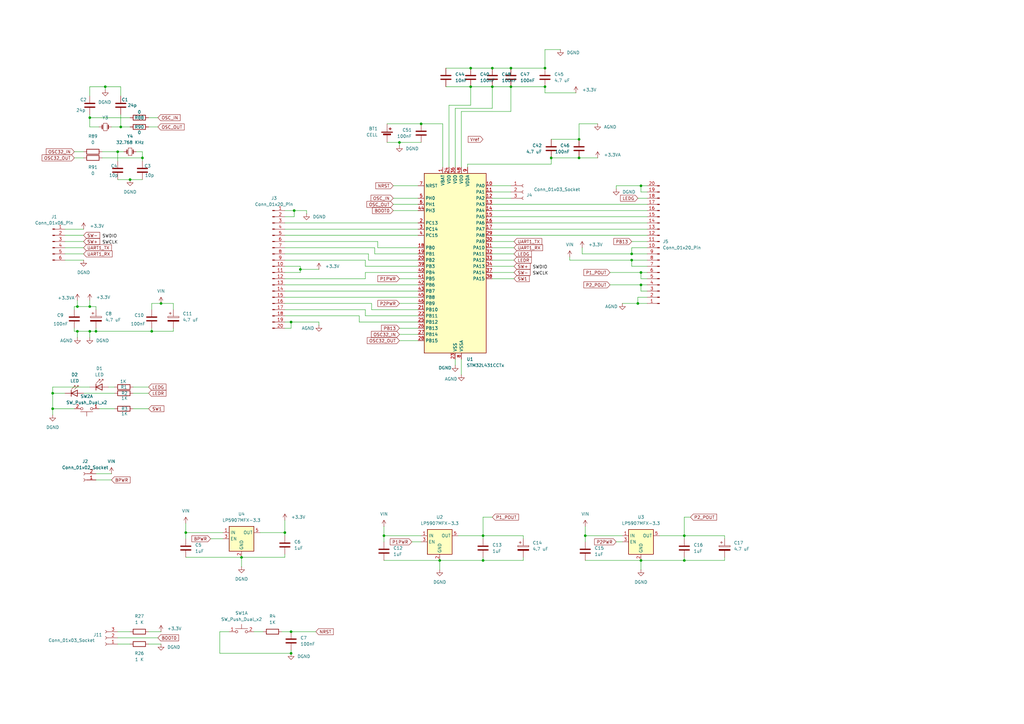
<source format=kicad_sch>
(kicad_sch (version 20250114) (generator "eeschema") (generator_version "9.0")
  (paper "A3")
  (lib_symbols
    (symbol "Connector:Conn_01x02_Socket" (pin_names (offset 1.016) (hide yes))
      (property "Reference" "J" (at 0 2.54 0))
      (property "Value" "Conn_01x02_Socket" (at 0 -5.08 0))
      (symbol "Conn_01x02_Socket_1_1"
        (pin passive line (at -5.08 0 0) (length 3.81) (name "Pin_1") (number "1"))
        (pin passive line (at -5.08 -2.54 0) (length 3.81) (name "Pin_2") (number "2"))
      )
    )
    (symbol "Connector:Conn_01x03_Socket" (pin_names (offset 1.016) (hide yes))
      (property "Reference" "J" (at 0 5.08 0))
      (property "Value" "Conn_01x03_Socket" (at 0 -5.08 0))
      (symbol "Conn_01x03_Socket_1_1"
        (pin passive line (at -5.08 2.54 0) (length 3.81) (name "Pin_1") (number "1"))
        (pin passive line (at -5.08 0 0) (length 3.81) (name "Pin_2") (number "2"))
        (pin passive line (at -5.08 -2.54 0) (length 3.81) (name "Pin_3") (number "3"))
      )
    )
    (symbol "Connector:Conn_01x06_Pin" (pin_names (offset 1.016) (hide yes))
      (property "Reference" "J" (at 0 7.62 0))
      (property "Value" "Conn_01x06_Pin" (at 0 -10.16 0))
      (symbol "Conn_01x06_Pin_1_1"
        (pin passive line (at 5.08 5.08 180) (length 3.81) (name "Pin_1") (number "1"))
        (pin passive line (at 5.08 2.54 180) (length 3.81) (name "Pin_2") (number "2"))
        (pin passive line (at 5.08 0 180) (length 3.81) (name "Pin_3") (number "3"))
        (pin passive line (at 5.08 -2.54 180) (length 3.81) (name "Pin_4") (number "4"))
        (pin passive line (at 5.08 -5.08 180) (length 3.81) (name "Pin_5") (number "5"))
        (pin passive line (at 5.08 -7.62 180) (length 3.81) (name "Pin_6") (number "6"))
      )
    )
    (symbol "Connector:Conn_01x20_Pin" (pin_names (offset 1.016) (hide yes))
      (property "Reference" "J" (at 0 25.4 0))
      (property "Value" "Conn_01x20_Pin" (at 0 -27.94 0))
      (symbol "Conn_01x20_Pin_1_1"
        (pin passive line (at 5.08 22.86 180) (length 3.81) (name "Pin_1") (number "1"))
        (pin passive line (at 5.08 20.32 180) (length 3.81) (name "Pin_2") (number "2"))
        (pin passive line (at 5.08 17.78 180) (length 3.81) (name "Pin_3") (number "3"))
        (pin passive line (at 5.08 15.24 180) (length 3.81) (name "Pin_4") (number "4"))
        (pin passive line (at 5.08 12.7 180) (length 3.81) (name "Pin_5") (number "5"))
        (pin passive line (at 5.08 10.16 180) (length 3.81) (name "Pin_6") (number "6"))
        (pin passive line (at 5.08 7.62 180) (length 3.81) (name "Pin_7") (number "7"))
        (pin passive line (at 5.08 5.08 180) (length 3.81) (name "Pin_8") (number "8"))
        (pin passive line (at 5.08 2.54 180) (length 3.81) (name "Pin_9") (number "9"))
        (pin passive line (at 5.08 0 180) (length 3.81) (name "Pin_10") (number "10"))
        (pin passive line (at 5.08 -2.54 180) (length 3.81) (name "Pin_11") (number "11"))
        (pin passive line (at 5.08 -5.08 180) (length 3.81) (name "Pin_12") (number "12"))
        (pin passive line (at 5.08 -7.62 180) (length 3.81) (name "Pin_13") (number "13"))
        (pin passive line (at 5.08 -10.16 180) (length 3.81) (name "Pin_14") (number "14"))
        (pin passive line (at 5.08 -12.7 180) (length 3.81) (name "Pin_15") (number "15"))
        (pin passive line (at 5.08 -15.24 180) (length 3.81) (name "Pin_16") (number "16"))
        (pin passive line (at 5.08 -17.78 180) (length 3.81) (name "Pin_17") (number "17"))
        (pin passive line (at 5.08 -20.32 180) (length 3.81) (name "Pin_18") (number "18"))
        (pin passive line (at 5.08 -22.86 180) (length 3.81) (name "Pin_19") (number "19"))
        (pin passive line (at 5.08 -25.4 180) (length 3.81) (name "Pin_20") (number "20"))
      )
    )
    (symbol "Device:Battery_Cell" (pin_numbers (hide yes)) (pin_names (offset 0) (hide yes))
      (property "Reference" "BT" (at 2.54 2.54 0))
      (property "Value" "Battery_Cell" (at 2.54 0 0))
      (symbol "Battery_Cell_1_1"
        (pin passive line (at 0 5.08 270) (length 2.54) (name "+") (number "1"))
        (pin passive line (at 0 -2.54 90) (length 2.54) (name "-") (number "2"))
      )
    )
    (symbol "Device:C" (pin_numbers (hide yes)) (pin_names (offset 0.254))
      (property "Reference" "C" (at 0.635 2.54 0))
      (property "Value" "C" (at 0.635 -2.54 0))
      (symbol "C_1_1"
        (pin passive line (at 0 3.81 270) (length 2.794) (name "~") (number "1"))
        (pin passive line (at 0 -3.81 90) (length 2.794) (name "~") (number "2"))
      )
    )
    (symbol "Device:C_Polarized" (pin_numbers (hide yes)) (pin_names (offset 0.254))
      (property "Reference" "C" (at 0.635 2.54 0))
      (property "Value" "C_Polarized" (at 0.635 -2.54 0))
      (symbol "C_Polarized_1_1"
        (pin passive line (at 0 3.81 270) (length 2.794) (name "~") (number "1"))
        (pin passive line (at 0 -3.81 90) (length 2.794) (name "~") (number "2"))
      )
    )
    (symbol "Device:Crystal_Small" (pin_numbers (hide yes)) (pin_names (offset 1.016) (hide yes))
      (property "Reference" "Y" (at 0 2.54 0))
      (property "Value" "Crystal_Small" (at 0 -2.54 0))
      (symbol "Crystal_Small_1_1"
        (pin passive line (at -2.54 0 0) (length 1.27) (name "1") (number "1"))
        (pin passive line (at 2.54 0 180) (length 1.27) (name "2") (number "2"))
      )
    )
    (symbol "Device:R" (pin_numbers (hide yes)) (pin_names (offset 0))
      (property "Reference" "R" (at 2.032 0 90))
      (property "Value" "R" (at 0 0 90))
      (symbol "R_1_1"
        (pin passive line (at 0 3.81 270) (length 1.27) (name "~") (number "1"))
        (pin passive line (at 0 -3.81 90) (length 1.27) (name "~") (number "2"))
      )
    )
    (symbol "LED:TSAL4400" (pin_numbers (hide yes)) (pin_names (offset 1.016) (hide yes))
      (property "Reference" "D" (at 0.508 1.778 0))
      (property "Value" "TSAL4400" (at -1.016 -2.794 0))
      (symbol "TSAL4400_1_1"
        (pin passive line (at -5.08 0 0) (length 2.54) (name "K") (number "1"))
        (pin passive line (at 2.54 0 180) (length 2.54) (name "A") (number "2"))
      )
    )
    (symbol "MCU_ST_STM32L4:STM32L431CCTx"
      (property "Reference" "U" (at -12.7 39.37 0))
      (property "Value" "STM32L431CCTx" (at 7.62 39.37 0))
      (symbol "STM32L431CCTx_1_1"
        (pin input line (at -15.24 33.02 0) (length 2.54) (name "NRST") (number "7"))
        (pin bidirectional line (at -15.24 27.94 0) (length 2.54) (name "PH0") (number "5"))
        (pin bidirectional line (at -15.24 25.4 0) (length 2.54) (name "PH1") (number "6"))
        (pin bidirectional line (at -15.24 22.86 0) (length 2.54) (name "PH3") (number "44"))
        (pin bidirectional line (at -15.24 17.78 0) (length 2.54) (name "PC13") (number "2"))
        (pin bidirectional line (at -15.24 15.24 0) (length 2.54) (name "PC14") (number "3"))
        (pin bidirectional line (at -15.24 12.7 0) (length 2.54) (name "PC15") (number "4"))
        (pin bidirectional line (at -15.24 7.62 0) (length 2.54) (name "PB0") (number "18"))
        (pin bidirectional line (at -15.24 5.08 0) (length 2.54) (name "PB1") (number "19"))
        (pin bidirectional line (at -15.24 2.54 0) (length 2.54) (name "PB2") (number "20"))
        (pin bidirectional line (at -15.24 0 0) (length 2.54) (name "PB3") (number "39"))
        (pin bidirectional line (at -15.24 -2.54 0) (length 2.54) (name "PB4") (number "40"))
        (pin bidirectional line (at -15.24 -5.08 0) (length 2.54) (name "PB5") (number "41"))
        (pin bidirectional line (at -15.24 -7.62 0) (length 2.54) (name "PB6") (number "42"))
        (pin bidirectional line (at -15.24 -10.16 0) (length 2.54) (name "PB7") (number "43"))
        (pin bidirectional line (at -15.24 -12.7 0) (length 2.54) (name "PB8") (number "45"))
        (pin bidirectional line (at -15.24 -15.24 0) (length 2.54) (name "PB9") (number "46"))
        (pin bidirectional line (at -15.24 -17.78 0) (length 2.54) (name "PB10") (number "21"))
        (pin bidirectional line (at -15.24 -20.32 0) (length 2.54) (name "PB11") (number "22"))
        (pin bidirectional line (at -15.24 -22.86 0) (length 2.54) (name "PB12") (number "25"))
        (pin bidirectional line (at -15.24 -25.4 0) (length 2.54) (name "PB13") (number "26"))
        (pin bidirectional line (at -15.24 -27.94 0) (length 2.54) (name "PB14") (number "27"))
        (pin bidirectional line (at -15.24 -30.48 0) (length 2.54) (name "PB15") (number "28"))
        (pin power_in line (at -5.08 40.64 270) (length 2.54) (name "VBAT") (number "1"))
        (pin power_in line (at -2.54 40.64 270) (length 2.54) (name "VDD") (number "24"))
        (pin power_in line (at 0 40.64 270) (length 2.54) (name "VDD") (number "36"))
        (pin power_in line (at 0 -38.1 90) (length 2.54) (name "VSS") (number "23"))
        (pin passive line (at 0 -38.1 90) (length 2.54) (hide yes) (name "VSS") (number "35"))
        (pin passive line (at 0 -38.1 90) (length 2.54) (hide yes) (name "VSS") (number "47"))
        (pin power_in line (at 2.54 40.64 270) (length 2.54) (name "VDD") (number "48"))
        (pin power_in line (at 2.54 -38.1 90) (length 2.54) (name "VSSA") (number "8"))
        (pin power_in line (at 5.08 40.64 270) (length 2.54) (name "VDDA") (number "9"))
        (pin bidirectional line (at 15.24 33.02 180) (length 2.54) (name "PA0") (number "10"))
        (pin bidirectional line (at 15.24 30.48 180) (length 2.54) (name "PA1") (number "11"))
        (pin bidirectional line (at 15.24 27.94 180) (length 2.54) (name "PA2") (number "12"))
        (pin bidirectional line (at 15.24 25.4 180) (length 2.54) (name "PA3") (number "13"))
        (pin bidirectional line (at 15.24 22.86 180) (length 2.54) (name "PA4") (number "14"))
        (pin bidirectional line (at 15.24 20.32 180) (length 2.54) (name "PA5") (number "15"))
        (pin bidirectional line (at 15.24 17.78 180) (length 2.54) (name "PA6") (number "16"))
        (pin bidirectional line (at 15.24 15.24 180) (length 2.54) (name "PA7") (number "17"))
        (pin bidirectional line (at 15.24 12.7 180) (length 2.54) (name "PA8") (number "29"))
        (pin bidirectional line (at 15.24 10.16 180) (length 2.54) (name "PA9") (number "30"))
        (pin bidirectional line (at 15.24 7.62 180) (length 2.54) (name "PA10") (number "31"))
        (pin bidirectional line (at 15.24 5.08 180) (length 2.54) (name "PA11") (number "32"))
        (pin bidirectional line (at 15.24 2.54 180) (length 2.54) (name "PA12") (number "33"))
        (pin bidirectional line (at 15.24 0 180) (length 2.54) (name "PA13") (number "34"))
        (pin bidirectional line (at 15.24 -2.54 180) (length 2.54) (name "PA14") (number "37"))
        (pin bidirectional line (at 15.24 -5.08 180) (length 2.54) (name "PA15") (number "38"))
      )
    )
    (symbol "Regulator_Linear:LP5907MFX-3.3"
      (property "Reference" "U" (at -3.81 6.35 0))
      (property "Value" "LP5907MFX-3.3" (at 6.35 6.35 0))
      (symbol "LP5907MFX-3.3_0_1"
        (pin power_in line (at -7.62 2.54 0) (length 2.54) (name "IN") (number "1"))
        (pin input line (at -7.62 0 0) (length 2.54) (name "EN") (number "3"))
        (pin power_in line (at 0 -7.62 90) (length 2.54) (name "GND") (number "2"))
        (pin no_connect line (at 5.08 0 180) (length 2.54) (hide yes) (name "NC") (number "4"))
        (pin power_out line (at 7.62 2.54 180) (length 2.54) (name "OUT") (number "5"))
      )
    )
    (symbol "Switch:SW_Push_Dual_x2" (pin_names (offset 1.016) (hide yes))
      (property "Reference" "SW" (at 1.27 2.54 0))
      (property "Value" "SW_Push_Dual_x2" (at 0 -1.524 0))
      (symbol "SW_Push_Dual_x2_1_1"
        (pin passive line (at -5.08 0 0) (length 2.54) (name "C") (number "1"))
        (pin passive line (at 5.08 0 180) (length 2.54) (name "D") (number "2"))
      )
      (symbol "SW_Push_Dual_x2_2_1"
        (pin passive line (at -5.08 0 0) (length 2.54) (name "C") (number "3"))
        (pin passive line (at 5.08 0 180) (length 2.54) (name "D") (number "4"))
      )
    )
    (symbol "power:+3.3V" (power) (pin_numbers (hide yes)) (pin_names (offset 0) (hide yes))
      (property "Value" "+3.3V" (at 0 3.556 0))
      (symbol "+3.3V_1_1"
        (pin power_in line (at 0 0 90) (length 0) (name "~") (number "1"))
      )
    )
    (symbol "power:GND" (power) (pin_numbers (hide yes)) (pin_names (offset 0) (hide yes))
      (property "Value" "GND" (at 0 -3.81 0))
      (symbol "GND_1_1"
        (pin power_in line (at 0 0 270) (length 0) (name "~") (number "1"))
      )
    )
    (symbol "power:VAA" (power) (pin_numbers (hide yes)) (pin_names (offset 0) (hide yes))
      (property "Value" "VAA" (at 0 3.556 0))
      (symbol "VAA_1_1"
        (pin power_in line (at 0 0 90) (length 0) (name "~") (number "1"))
      )
    )
    (symbol "power:VCC" (power) (pin_numbers (hide yes)) (pin_names (offset 0) (hide yes))
      (property "Value" "VCC" (at 0 3.556 0))
      (symbol "VCC_1_1"
        (pin power_in line (at 0 0 90) (length 0) (name "~") (number "1"))
      )
    )
  )
  (junction (at 209.55 27.94))
  (junction (at 36.83 135.89))
  (junction (at 223.52 35.56))
  (junction (at 193.04 27.94))
  (junction (at 53.34 73.66))
  (junction (at 21.59 167.64))
  (junction (at 157.48 219.71))
  (junction (at 36.83 48.26))
  (junction (at 280.67 229.87))
  (junction (at 49.53 52.07))
  (junction (at 21.59 161.29))
  (junction (at 237.49 64.77))
  (junction (at 31.75 135.89))
  (junction (at 66.04 124.46))
  (junction (at 123.19 110.49))
  (junction (at 226.06 64.77))
  (junction (at 180.34 229.87))
  (junction (at 116.84 218.44))
  (junction (at 261.62 124.46))
  (junction (at 280.67 219.71))
  (junction (at 48.26 62.23))
  (junction (at 209.55 35.56))
  (junction (at 259.08 104.14))
  (junction (at 76.2 218.44))
  (junction (at 119.38 132.08))
  (junction (at 163.83 58.42))
  (junction (at 262.89 116.84))
  (junction (at 259.08 106.68))
  (junction (at 31.75 125.73))
  (junction (at 223.52 27.94))
  (junction (at 39.37 135.89))
  (junction (at 120.65 86.36))
  (junction (at 240.03 219.71))
  (junction (at 262.89 111.76))
  (junction (at 36.83 125.73))
  (junction (at 43.18 35.56))
  (junction (at 201.93 35.56))
  (junction (at 237.49 57.15))
  (junction (at 99.06 228.6))
  (junction (at 198.12 229.87))
  (junction (at 119.38 259.08))
  (junction (at 262.89 76.2))
  (junction (at 119.38 267.97))
  (junction (at 193.04 35.56))
  (junction (at 201.93 27.94))
  (junction (at 262.89 229.87))
  (junction (at 58.42 64.77))
  (junction (at 172.72 50.8))
  (junction (at 62.23 135.89))
  (junction (at 198.12 219.71))
  (wire (pts (xy 252.73 222.25) (xy 255.27 222.25)))
  (wire (pts (xy 116.84 218.44) (xy 116.84 219.71)))
  (wire (pts (xy 201.93 212.09) (xy 198.12 212.09)))
  (wire (pts (xy 157.48 222.25) (xy 157.48 219.71)))
  (wire (pts (xy 154.94 101.6) (xy 171.45 101.6)))
  (wire (pts (xy 30.48 64.77) (xy 34.29 64.77)))
  (wire (pts (xy 116.84 86.36) (xy 120.65 86.36)))
  (wire (pts (xy 49.53 46.99) (xy 49.53 52.07)))
  (wire (pts (xy 201.93 96.52) (xy 265.43 96.52)))
  (wire (pts (xy 181.61 50.8) (xy 181.61 68.58)))
  (wire (pts (xy 21.59 161.29) (xy 21.59 167.64)))
  (wire (pts (xy 54.61 167.64) (xy 60.96 167.64)))
  (wire (pts (xy 62.23 135.89) (xy 71.12 135.89)))
  (wire (pts (xy 201.93 101.6) (xy 210.82 101.6)))
  (wire (pts (xy 229.87 20.32) (xy 223.52 20.32)))
  (wire (pts (xy 283.21 212.09) (xy 280.67 212.09)))
  (wire (pts (xy 193.04 43.18) (xy 184.15 43.18)))
  (wire (pts (xy 198.12 229.87) (xy 214.63 229.87)))
  (wire (pts (xy 62.23 124.46) (xy 66.04 124.46)))
  (wire (pts (xy 60.96 48.26) (xy 64.77 48.26)))
  (wire (pts (xy 280.67 219.71) (xy 280.67 220.98)))
  (wire (pts (xy 36.83 135.89) (xy 36.83 138.43)))
  (wire (pts (xy 280.67 229.87) (xy 297.18 229.87)))
  (wire (pts (xy 93.98 259.08) (xy 90.17 259.08)))
  (wire (pts (xy 116.84 218.44) (xy 116.84 213.36)))
  (wire (pts (xy 36.83 158.75) (xy 21.59 158.75)))
  (wire (pts (xy 193.04 35.56) (xy 193.04 43.18)))
  (wire (pts (xy 119.38 132.08) (xy 116.84 132.08)))
  (wire (pts (xy 39.37 135.89) (xy 36.83 135.89)))
  (wire (pts (xy 161.29 83.82) (xy 171.45 83.82)))
  (wire (pts (xy 240.03 215.9) (xy 240.03 219.71)))
  (wire (pts (xy 233.68 106.68) (xy 259.08 106.68)))
  (wire (pts (xy 262.89 229.87) (xy 262.89 233.68)))
  (wire (pts (xy 48.26 259.08) (xy 53.34 259.08)))
  (wire (pts (xy 259.08 104.14) (xy 265.43 104.14)))
  (wire (pts (xy 48.26 62.23) (xy 50.8 62.23)))
  (wire (pts (xy 21.59 158.75) (xy 21.59 161.29)))
  (wire (pts (xy 151.13 104.14) (xy 151.13 106.68)))
  (wire (pts (xy 30.48 127) (xy 30.48 125.73)))
  (wire (pts (xy 41.91 62.23) (xy 48.26 62.23)))
  (wire (pts (xy 280.67 212.09) (xy 280.67 219.71)))
  (wire (pts (xy 123.19 110.49) (xy 130.81 110.49)))
  (wire (pts (xy 154.94 99.06) (xy 154.94 101.6)))
  (wire (pts (xy 120.65 86.36) (xy 125.73 86.36)))
  (wire (pts (xy 223.52 38.1) (xy 223.52 35.56)))
  (wire (pts (xy 115.57 259.08) (xy 119.38 259.08)))
  (wire (pts (xy 237.49 64.77) (xy 245.11 64.77)))
  (wire (pts (xy 49.53 35.56) (xy 49.53 39.37)))
  (wire (pts (xy 161.29 81.28) (xy 171.45 81.28)))
  (wire (pts (xy 163.83 137.16) (xy 171.45 137.16)))
  (wire (pts (xy 261.62 124.46) (xy 265.43 124.46)))
  (wire (pts (xy 163.83 59.69) (xy 163.83 58.42)))
  (wire (pts (xy 48.26 261.62) (xy 64.77 261.62)))
  (wire (pts (xy 149.86 129.54) (xy 171.45 129.54)))
  (wire (pts (xy 30.48 62.23) (xy 34.29 62.23)))
  (wire (pts (xy 58.42 62.23) (xy 55.88 62.23)))
  (wire (pts (xy 40.64 167.64) (xy 46.99 167.64)))
  (wire (pts (xy 297.18 229.87) (xy 297.18 228.6)))
  (wire (pts (xy 265.43 119.38) (xy 262.89 119.38)))
  (wire (pts (xy 157.48 215.9) (xy 157.48 219.71)))
  (wire (pts (xy 116.84 129.54) (xy 147.32 129.54)))
  (wire (pts (xy 193.04 27.94) (xy 201.93 27.94)))
  (wire (pts (xy 163.83 134.62) (xy 171.45 134.62)))
  (wire (pts (xy 31.75 138.43) (xy 31.75 135.89)))
  (wire (pts (xy 130.81 133.35) (xy 130.81 132.08)))
  (wire (pts (xy 36.83 52.07) (xy 36.83 48.26)))
  (wire (pts (xy 116.84 127) (xy 149.86 127)))
  (wire (pts (xy 31.75 123.19) (xy 31.75 125.73)))
  (wire (pts (xy 198.12 219.71) (xy 214.63 219.71)))
  (wire (pts (xy 262.89 114.3) (xy 262.89 111.76)))
  (wire (pts (xy 262.89 78.74) (xy 262.89 76.2)))
  (wire (pts (xy 58.42 66.04) (xy 58.42 64.77)))
  (wire (pts (xy 41.91 64.77) (xy 58.42 64.77)))
  (wire (pts (xy 223.52 38.1) (xy 236.22 38.1)))
  (wire (pts (xy 201.93 106.68) (xy 210.82 106.68)))
  (wire (pts (xy 189.23 147.32) (xy 189.23 153.67)))
  (wire (pts (xy 53.34 73.66) (xy 58.42 73.66)))
  (wire (pts (xy 36.83 35.56) (xy 43.18 35.56)))
  (wire (pts (xy 39.37 125.73) (xy 39.37 127)))
  (wire (pts (xy 226.06 57.15) (xy 237.49 57.15)))
  (wire (pts (xy 39.37 125.73) (xy 36.83 125.73)))
  (wire (pts (xy 209.55 45.72) (xy 189.23 45.72)))
  (wire (pts (xy 152.4 127) (xy 171.45 127)))
  (wire (pts (xy 106.68 218.44) (xy 116.84 218.44)))
  (wire (pts (xy 39.37 134.62) (xy 39.37 135.89)))
  (wire (pts (xy 182.88 35.56) (xy 193.04 35.56)))
  (wire (pts (xy 116.84 109.22) (xy 123.19 109.22)))
  (wire (pts (xy 49.53 52.07) (xy 53.34 52.07)))
  (wire (pts (xy 62.23 135.89) (xy 39.37 135.89)))
  (wire (pts (xy 163.83 124.46) (xy 171.45 124.46)))
  (wire (pts (xy 54.61 161.29) (xy 60.96 161.29)))
  (wire (pts (xy 104.14 259.08) (xy 107.95 259.08)))
  (wire (pts (xy 30.48 135.89) (xy 31.75 135.89)))
  (wire (pts (xy 201.93 44.45) (xy 186.69 44.45)))
  (wire (pts (xy 182.88 27.94) (xy 193.04 27.94)))
  (wire (pts (xy 265.43 109.22) (xy 259.08 109.22)))
  (wire (pts (xy 26.67 106.68) (xy 34.29 106.68)))
  (wire (pts (xy 168.91 222.25) (xy 172.72 222.25)))
  (wire (pts (xy 36.83 48.26) (xy 53.34 48.26)))
  (wire (pts (xy 201.93 35.56) (xy 209.55 35.56)))
  (wire (pts (xy 30.48 134.62) (xy 30.48 135.89)))
  (wire (pts (xy 54.61 158.75) (xy 60.96 158.75)))
  (wire (pts (xy 201.93 83.82) (xy 265.43 83.82)))
  (wire (pts (xy 238.76 104.14) (xy 259.08 104.14)))
  (wire (pts (xy 116.84 101.6) (xy 153.67 101.6)))
  (wire (pts (xy 71.12 124.46) (xy 66.04 124.46)))
  (wire (pts (xy 116.84 227.33) (xy 116.84 228.6)))
  (wire (pts (xy 116.84 121.92) (xy 171.45 121.92)))
  (wire (pts (xy 240.03 219.71) (xy 255.27 219.71)))
  (wire (pts (xy 62.23 127) (xy 62.23 124.46)))
  (wire (pts (xy 250.19 111.76) (xy 262.89 111.76)))
  (wire (pts (xy 187.96 219.71) (xy 198.12 219.71)))
  (wire (pts (xy 119.38 132.08) (xy 130.81 132.08)))
  (wire (pts (xy 262.89 111.76) (xy 265.43 111.76)))
  (wire (pts (xy 240.03 229.87) (xy 262.89 229.87)))
  (wire (pts (xy 116.84 104.14) (xy 151.13 104.14)))
  (wire (pts (xy 116.84 124.46) (xy 152.4 124.46)))
  (wire (pts (xy 152.4 124.46) (xy 152.4 127)))
  (wire (pts (xy 209.55 27.94) (xy 223.52 27.94)))
  (wire (pts (xy 116.84 93.98) (xy 171.45 93.98)))
  (wire (pts (xy 26.67 104.14) (xy 34.29 104.14)))
  (wire (pts (xy 39.37 196.85) (xy 45.72 196.85)))
  (wire (pts (xy 149.86 114.3) (xy 149.86 111.76)))
  (wire (pts (xy 201.93 35.56) (xy 201.93 44.45)))
  (wire (pts (xy 259.08 106.68) (xy 265.43 106.68)))
  (wire (pts (xy 201.93 91.44) (xy 265.43 91.44)))
  (wire (pts (xy 262.89 229.87) (xy 280.67 229.87)))
  (wire (pts (xy 201.93 27.94) (xy 209.55 27.94)))
  (wire (pts (xy 62.23 135.89) (xy 62.23 134.62)))
  (wire (pts (xy 99.06 228.6) (xy 116.84 228.6)))
  (wire (pts (xy 193.04 35.56) (xy 201.93 35.56)))
  (wire (pts (xy 201.93 111.76) (xy 210.82 111.76)))
  (wire (pts (xy 149.86 127) (xy 149.86 129.54)))
  (wire (pts (xy 31.75 135.89) (xy 36.83 135.89)))
  (wire (pts (xy 201.93 81.28) (xy 209.55 81.28)))
  (wire (pts (xy 252.73 77.47) (xy 252.73 76.2)))
  (wire (pts (xy 201.93 114.3) (xy 210.82 114.3)))
  (wire (pts (xy 86.36 220.98) (xy 91.44 220.98)))
  (wire (pts (xy 39.37 194.31) (xy 45.72 194.31)))
  (wire (pts (xy 259.08 101.6) (xy 259.08 104.14)))
  (wire (pts (xy 30.48 125.73) (xy 31.75 125.73)))
  (wire (pts (xy 157.48 229.87) (xy 180.34 229.87)))
  (wire (pts (xy 21.59 167.64) (xy 21.59 170.18)))
  (wire (pts (xy 191.77 67.31) (xy 226.06 67.31)))
  (wire (pts (xy 161.29 76.2) (xy 171.45 76.2)))
  (wire (pts (xy 26.67 93.98) (xy 34.29 93.98)))
  (wire (pts (xy 151.13 106.68) (xy 171.45 106.68)))
  (wire (pts (xy 153.67 101.6) (xy 153.67 104.14)))
  (wire (pts (xy 40.64 52.07) (xy 36.83 52.07)))
  (wire (pts (xy 149.86 109.22) (xy 171.45 109.22)))
  (wire (pts (xy 255.27 124.46) (xy 261.62 124.46)))
  (wire (pts (xy 31.75 125.73) (xy 36.83 125.73)))
  (wire (pts (xy 123.19 111.76) (xy 116.84 111.76)))
  (wire (pts (xy 198.12 212.09) (xy 198.12 219.71)))
  (wire (pts (xy 226.06 67.31) (xy 226.06 64.77)))
  (wire (pts (xy 240.03 222.25) (xy 240.03 219.71)))
  (wire (pts (xy 180.34 229.87) (xy 180.34 233.68)))
  (wire (pts (xy 147.32 129.54) (xy 147.32 132.08)))
  (wire (pts (xy 184.15 43.18) (xy 184.15 68.58)))
  (wire (pts (xy 261.62 81.28) (xy 265.43 81.28)))
  (wire (pts (xy 163.83 58.42) (xy 172.72 58.42)))
  (wire (pts (xy 270.51 219.71) (xy 280.67 219.71)))
  (wire (pts (xy 226.06 64.77) (xy 237.49 64.77)))
  (wire (pts (xy 116.84 119.38) (xy 171.45 119.38)))
  (wire (pts (xy 149.86 106.68) (xy 149.86 109.22)))
  (wire (pts (xy 265.43 114.3) (xy 262.89 114.3)))
  (wire (pts (xy 116.84 106.68) (xy 149.86 106.68)))
  (wire (pts (xy 99.06 228.6) (xy 99.06 232.41)))
  (wire (pts (xy 45.72 52.07) (xy 49.53 52.07)))
  (wire (pts (xy 36.83 123.19) (xy 36.83 125.73)))
  (wire (pts (xy 26.67 96.52) (xy 34.29 96.52)))
  (wire (pts (xy 158.75 50.8) (xy 172.72 50.8)))
  (wire (pts (xy 116.84 99.06) (xy 154.94 99.06)))
  (wire (pts (xy 201.93 76.2) (xy 209.55 76.2)))
  (wire (pts (xy 186.69 44.45) (xy 186.69 68.58)))
  (wire (pts (xy 123.19 110.49) (xy 123.19 111.76)))
  (wire (pts (xy 71.12 127) (xy 71.12 124.46)))
  (wire (pts (xy 119.38 266.7) (xy 119.38 267.97)))
  (wire (pts (xy 209.55 35.56) (xy 209.55 45.72)))
  (wire (pts (xy 161.29 86.36) (xy 171.45 86.36)))
  (wire (pts (xy 238.76 101.6) (xy 238.76 104.14)))
  (wire (pts (xy 191.77 67.31) (xy 191.77 68.58)))
  (wire (pts (xy 34.29 161.29) (xy 46.99 161.29)))
  (wire (pts (xy 201.93 78.74) (xy 209.55 78.74)))
  (wire (pts (xy 116.84 88.9) (xy 120.65 88.9)))
  (wire (pts (xy 48.26 73.66) (xy 53.34 73.66)))
  (wire (pts (xy 262.89 116.84) (xy 265.43 116.84)))
  (wire (pts (xy 233.68 105.41) (xy 233.68 106.68)))
  (wire (pts (xy 60.96 52.07) (xy 64.77 52.07)))
  (wire (pts (xy 76.2 218.44) (xy 91.44 218.44)))
  (wire (pts (xy 26.67 99.06) (xy 34.29 99.06)))
  (wire (pts (xy 198.12 228.6) (xy 198.12 229.87)))
  (wire (pts (xy 48.26 264.16) (xy 53.34 264.16)))
  (wire (pts (xy 158.75 58.42) (xy 163.83 58.42)))
  (wire (pts (xy 123.19 109.22) (xy 123.19 110.49)))
  (wire (pts (xy 214.63 229.87) (xy 214.63 228.6)))
  (wire (pts (xy 44.45 158.75) (xy 46.99 158.75)))
  (wire (pts (xy 125.73 86.36) (xy 125.73 87.63)))
  (wire (pts (xy 265.43 78.74) (xy 262.89 78.74)))
  (wire (pts (xy 116.84 114.3) (xy 149.86 114.3)))
  (wire (pts (xy 237.49 50.8) (xy 245.11 50.8)))
  (wire (pts (xy 259.08 99.06) (xy 265.43 99.06)))
  (wire (pts (xy 180.34 229.87) (xy 198.12 229.87)))
  (wire (pts (xy 21.59 167.64) (xy 30.48 167.64)))
  (wire (pts (xy 26.67 101.6) (xy 34.29 101.6)))
  (wire (pts (xy 48.26 62.23) (xy 48.26 66.04)))
  (wire (pts (xy 76.2 228.6) (xy 99.06 228.6)))
  (wire (pts (xy 153.67 104.14) (xy 171.45 104.14)))
  (wire (pts (xy 214.63 220.98) (xy 214.63 219.71)))
  (wire (pts (xy 120.65 88.9) (xy 120.65 86.36)))
  (wire (pts (xy 157.48 219.71) (xy 172.72 219.71)))
  (wire (pts (xy 147.32 132.08) (xy 171.45 132.08)))
  (wire (pts (xy 189.23 45.72) (xy 189.23 68.58)))
  (wire (pts (xy 60.96 264.16) (xy 66.04 264.16)))
  (wire (pts (xy 71.12 135.89) (xy 71.12 134.62)))
  (wire (pts (xy 76.2 214.63) (xy 76.2 218.44)))
  (wire (pts (xy 21.59 161.29) (xy 26.67 161.29)))
  (wire (pts (xy 201.93 104.14) (xy 210.82 104.14)))
  (wire (pts (xy 201.93 86.36) (xy 265.43 86.36)))
  (wire (pts (xy 237.49 57.15) (xy 237.49 50.8)))
  (wire (pts (xy 149.86 111.76) (xy 171.45 111.76)))
  (wire (pts (xy 163.83 139.7) (xy 171.45 139.7)))
  (wire (pts (xy 90.17 259.08) (xy 90.17 267.97)))
  (wire (pts (xy 198.12 219.71) (xy 198.12 220.98)))
  (wire (pts (xy 209.55 35.56) (xy 223.52 35.56)))
  (wire (pts (xy 261.62 121.92) (xy 261.62 124.46)))
  (wire (pts (xy 201.93 99.06) (xy 210.82 99.06)))
  (wire (pts (xy 116.84 96.52) (xy 171.45 96.52)))
  (wire (pts (xy 280.67 228.6) (xy 280.67 229.87)))
  (wire (pts (xy 76.2 220.98) (xy 76.2 218.44)))
  (wire (pts (xy 181.61 50.8) (xy 172.72 50.8)))
  (wire (pts (xy 163.83 114.3) (xy 171.45 114.3)))
  (wire (pts (xy 223.52 20.32) (xy 223.52 27.94)))
  (wire (pts (xy 201.93 88.9) (xy 265.43 88.9)))
  (wire (pts (xy 43.18 35.56) (xy 43.18 36.83)))
  (wire (pts (xy 116.84 134.62) (xy 119.38 134.62)))
  (wire (pts (xy 265.43 101.6) (xy 259.08 101.6)))
  (wire (pts (xy 259.08 109.22) (xy 259.08 106.68)))
  (wire (pts (xy 58.42 64.77) (xy 58.42 62.23)))
  (wire (pts (xy 119.38 134.62) (xy 119.38 132.08)))
  (wire (pts (xy 36.83 35.56) (xy 36.83 39.37)))
  (wire (pts (xy 262.89 76.2) (xy 265.43 76.2)))
  (wire (pts (xy 265.43 121.92) (xy 261.62 121.92)))
  (wire (pts (xy 43.18 35.56) (xy 49.53 35.56)))
  (wire (pts (xy 116.84 116.84) (xy 171.45 116.84)))
  (wire (pts (xy 186.69 147.32) (xy 186.69 149.86)))
  (wire (pts (xy 201.93 93.98) (xy 265.43 93.98)))
  (wire (pts (xy 36.83 48.26) (xy 36.83 46.99)))
  (wire (pts (xy 60.96 259.08) (xy 66.04 259.08)))
  (wire (pts (xy 262.89 119.38) (xy 262.89 116.84)))
  (wire (pts (xy 252.73 76.2) (xy 262.89 76.2)))
  (wire (pts (xy 250.19 116.84) (xy 262.89 116.84)))
  (wire (pts (xy 201.93 109.22) (xy 210.82 109.22)))
  (wire (pts (xy 116.84 91.44) (xy 171.45 91.44)))
  (wire (pts (xy 297.18 220.98) (xy 297.18 219.71)))
  (wire (pts (xy 90.17 267.97) (xy 119.38 267.97)))
  (wire (pts (xy 119.38 259.08) (xy 129.54 259.08)))
  (wire (pts (xy 280.67 219.71) (xy 297.18 219.71)))
  (label "SWDIO" (at 218.44 110.49 0))
  (label "SWCLK" (at 41.91 100.33 0))
  (label "SWDIO" (at 41.91 97.79 0))
  (label "SWCLK" (at 218.44 113.03 0))
  (global_label "OSC32_OUT" (shape input) (at 163.83 139.7 180) (property "Intersheetrefs" "${INTERSHEET_REFS}" (effects (hide yes))))
  (global_label "SW-" (shape input) (at 210.82 111.76 0) (property "Intersheetrefs" "${INTERSHEET_REFS}" (effects (hide yes))))
  (global_label "OSC_IN" (shape input) (at 161.29 81.28 180) (property "Intersheetrefs" "${INTERSHEET_REFS}" (effects (hide yes))))
  (global_label "SW+" (shape input) (at 34.29 99.06 0) (property "Intersheetrefs" "${INTERSHEET_REFS}" (effects (hide yes))))
  (global_label "OSC32_IN" (shape input) (at 30.48 62.23 180) (property "Intersheetrefs" "${INTERSHEET_REFS}" (effects (hide yes))))
  (global_label "BOOT0" (shape input) (at 161.29 86.36 180) (property "Intersheetrefs" "${INTERSHEET_REFS}" (effects (hide yes))))
  (global_label "UART1_TX" (shape input) (at 34.29 101.6 0) (property "Intersheetrefs" "${INTERSHEET_REFS}" (effects (hide yes))))
  (global_label "Vref" (shape input) (at 198.12 57.15 180) (property "Intersheetrefs" "${INTERSHEET_REFS}" (effects (hide yes))))
  (global_label "P1_POUT" (shape input) (at 250.19 111.76 180) (property "Intersheetrefs" "${INTERSHEET_REFS}" (effects (hide yes))))
  (global_label "SW-" (shape input) (at 34.29 96.52 0) (property "Intersheetrefs" "${INTERSHEET_REFS}" (effects (hide yes))))
  (global_label "OSC_OUT" (shape input) (at 161.29 83.82 180) (property "Intersheetrefs" "${INTERSHEET_REFS}" (effects (hide yes))))
  (global_label "P2_POUT" (shape input) (at 283.21 212.09 0) (property "Intersheetrefs" "${INTERSHEET_REFS}" (effects (hide yes))))
  (global_label "BPWR" (shape input) (at 86.36 220.98 180) (property "Intersheetrefs" "${INTERSHEET_REFS}" (effects (hide yes))))
  (global_label "SW+" (shape input) (at 210.82 109.22 0) (property "Intersheetrefs" "${INTERSHEET_REFS}" (effects (hide yes))))
  (global_label "LEDR" (shape input) (at 210.82 106.68 0) (property "Intersheetrefs" "${INTERSHEET_REFS}" (effects (hide yes))))
  (global_label "SW1" (shape input) (at 210.82 114.3 0) (property "Intersheetrefs" "${INTERSHEET_REFS}" (effects (hide yes))))
  (global_label "P2PWR" (shape input) (at 163.83 124.46 180) (property "Intersheetrefs" "${INTERSHEET_REFS}" (effects (hide yes))))
  (global_label "OSC_IN" (shape input) (at 64.77 48.26 0) (property "Intersheetrefs" "${INTERSHEET_REFS}" (effects (hide yes))))
  (global_label "PB13" (shape input) (at 163.83 134.62 180) (property "Intersheetrefs" "${INTERSHEET_REFS}" (effects (hide yes))))
  (global_label "PB13" (shape input) (at 259.08 99.06 180) (property "Intersheetrefs" "${INTERSHEET_REFS}" (effects (hide yes))))
  (global_label "P1PWR" (shape input) (at 168.91 222.25 180) (property "Intersheetrefs" "${INTERSHEET_REFS}" (effects (hide yes))))
  (global_label "P2PWR" (shape input) (at 252.73 222.25 180) (property "Intersheetrefs" "${INTERSHEET_REFS}" (effects (hide yes))))
  (global_label "NRST" (shape input) (at 129.54 259.08 0) (property "Intersheetrefs" "${INTERSHEET_REFS}" (effects (hide yes))))
  (global_label "OSC32_IN" (shape input) (at 163.83 137.16 180) (property "Intersheetrefs" "${INTERSHEET_REFS}" (effects (hide yes))))
  (global_label "P2_POUT" (shape input) (at 250.19 116.84 180) (property "Intersheetrefs" "${INTERSHEET_REFS}" (effects (hide yes))))
  (global_label "LEDR" (shape input) (at 60.96 161.29 0) (property "Intersheetrefs" "${INTERSHEET_REFS}" (effects (hide yes))))
  (global_label "BPWR" (shape input) (at 45.72 196.85 0) (property "Intersheetrefs" "${INTERSHEET_REFS}" (effects (hide yes))))
  (global_label "LEDG" (shape input) (at 261.62 81.28 180) (property "Intersheetrefs" "${INTERSHEET_REFS}" (effects (hide yes))))
  (global_label "UART1_RX" (shape input) (at 210.82 101.6 0) (property "Intersheetrefs" "${INTERSHEET_REFS}" (effects (hide yes))))
  (global_label "LEDG" (shape input) (at 60.96 158.75 0) (property "Intersheetrefs" "${INTERSHEET_REFS}" (effects (hide yes))))
  (global_label "OSC_OUT" (shape input) (at 64.77 52.07 0) (property "Intersheetrefs" "${INTERSHEET_REFS}" (effects (hide yes))))
  (global_label "NRST" (shape input) (at 161.29 76.2 180) (property "Intersheetrefs" "${INTERSHEET_REFS}" (effects (hide yes))))
  (global_label "P1_POUT" (shape input) (at 201.93 212.09 0) (property "Intersheetrefs" "${INTERSHEET_REFS}" (effects (hide yes))))
  (global_label "UART1_TX" (shape input) (at 210.82 99.06 0) (property "Intersheetrefs" "${INTERSHEET_REFS}" (effects (hide yes))))
  (global_label "P1PWR" (shape input) (at 163.83 114.3 180) (property "Intersheetrefs" "${INTERSHEET_REFS}" (effects (hide yes))))
  (global_label "BOOT0" (shape input) (at 64.77 261.62 0) (property "Intersheetrefs" "${INTERSHEET_REFS}" (effects (hide yes))))
  (global_label "OSC32_OUT" (shape input) (at 30.48 64.77 180) (property "Intersheetrefs" "${INTERSHEET_REFS}" (effects (hide yes))))
  (global_label "UART1_RX" (shape input) (at 34.29 104.14 0) (property "Intersheetrefs" "${INTERSHEET_REFS}" (effects (hide yes))))
  (global_label "SW1" (shape input) (at 60.96 167.64 0) (property "Intersheetrefs" "${INTERSHEET_REFS}" (effects (hide yes))))
  (global_label "LEDG" (shape input) (at 210.82 104.14 0) (property "Intersheetrefs" "${INTERSHEET_REFS}" (effects (hide yes))))
  (symbol (lib_id "power:GND") (at 186.69 149.86 0) (unit 1)
    (property "Reference" "#PWR05" (effects (hide yes)))
    (property "Value" "DGND" (at 179.832 150.876 0) (effects (justify left)))
    (property "Description" "Power symbol creates a global label with name \"GND\" , ground" (effects (hide yes)))
  )
  (symbol (lib_id "Device:C") (at 58.42 69.85 0) (unit 1)
    (property "Reference" "C3" (at 59.182 68.072 0) (effects (justify left)))
    (property "Value" "10p" (at 59.436 71.882 0) (effects (justify left)))
    (property "Footprint" "Capacitor_SMD:C_0603_1608Metric_Pad1.08x0.95mm_HandSolder" (effects (hide yes)))
    (property "Description" "Unpolarized capacitor" (effects (hide yes)))
  )
  (symbol (lib_id "power:+3.3V") (at 238.76 101.6 0) (unit 1)
    (property "Reference" "#PWR031" (effects (hide yes)))
    (property "Value" "+3.3V" (at 241.3 100.3299 0) (effects (justify left)))
    (property "Description" "Power symbol creates a global label with name \"+3.3V\"" (effects (hide yes)))
  )
  (symbol (lib_id "Connector:Conn_01x06_Pin") (at 21.59 99.06 0) (unit 1)
    (property "Reference" "J1" (at 22.225 88.9 0))
    (property "Value" "Conn_01x06_Pin" (at 22.225 91.44 0))
    (property "Footprint" "Connector_PinSocket_2.54mm:PinSocket_1x06_P2.54mm_Vertical" (effects (hide yes)))
    (property "Description" "Generic connector, single row, 01x06, script generated" (effects (hide yes)))
  )
  (symbol (lib_id "Regulator_Linear:LP5907MFX-3.3") (at 262.89 222.25 0) (unit 1)
    (property "Reference" "U3" (at 262.89 212.09 0))
    (property "Value" "LP5907MFX-3.3" (at 262.89 214.63 0))
    (property "Footprint" "Package_TO_SOT_SMD:SOT-23-5" (effects (hide yes)))
    (property "Datasheet" "http://www.ti.com/lit/ds/symlink/lp5907.pdf" (effects (hide yes)))
    (property "Description" "250-mA Ultra-Low-Noise Low-IQ LDO, 3.3V, SOT-23" (effects (hide yes)))
  )
  (symbol (lib_id "Device:C") (at 116.84 223.52 0) (unit 1)
    (property "Reference" "C6" (at 120.65 222.2499 0) (effects (justify left)))
    (property "Value" "1uF" (at 120.65 224.7899 0) (effects (justify left)))
    (property "Footprint" "Capacitor_SMD:C_0603_1608Metric_Pad1.08x0.95mm_HandSolder" (effects (hide yes)))
    (property "Description" "Unpolarized capacitor" (effects (hide yes)))
  )
  (symbol (lib_id "Device:C") (at 237.49 60.96 0) (unit 1)
    (property "Reference" "C46" (at 233.68 59.6899 0) (effects (justify right)))
    (property "Value" "100nF" (at 233.68 62.2299 0) (effects (justify right)))
    (property "Footprint" "Capacitor_SMD:C_0603_1608Metric_Pad1.08x0.95mm_HandSolder" (effects (hide yes)))
    (property "Description" "Unpolarized capacitor" (effects (hide yes)))
  )
  (symbol (lib_id "power:GND") (at 125.73 87.63 0) (unit 1)
    (property "Reference" "#PWR026" (effects (hide yes)))
    (property "Value" "DGND" (at 128.27 88.8999 0) (effects (justify left)))
    (property "Description" "Power symbol creates a global label with name \"GND\" , ground" (effects (hide yes)))
  )
  (symbol (lib_id "power:+3.3V") (at 66.04 259.08 0) (unit 1)
    (property "Reference" "#PWR025" (effects (hide yes)))
    (property "Value" "+3.3V" (at 68.58 257.8099 0) (effects (justify left)))
    (property "Description" "Power symbol creates a global label with name \"+3.3V\"" (effects (hide yes)))
  )
  (symbol (lib_id "Connector:Conn_01x20_Pin") (at 111.76 109.22 0) (unit 1)
    (property "Reference" "J3" (at 112.395 81.28 0))
    (property "Value" "Conn_01x20_Pin" (at 112.395 83.82 0))
    (property "Footprint" "Connector_PinHeader_2.54mm:PinHeader_2x10_P2.54mm_Vertical" (effects (hide yes)))
    (property "Description" "Generic connector, single row, 01x20, script generated" (effects (hide yes)))
  )
  (symbol (lib_id "Device:C") (at 280.67 224.79 0) (unit 1)
    (property "Reference" "C16" (at 284.48 223.5199 0) (effects (justify left)))
    (property "Value" "1uF" (at 284.48 226.0599 0) (effects (justify left)))
    (property "Footprint" "Capacitor_SMD:C_0603_1608Metric_Pad1.08x0.95mm_HandSolder" (effects (hide yes)))
    (property "Description" "Unpolarized capacitor" (effects (hide yes)))
  )
  (symbol (lib_id "Switch:SW_Push_Dual_x2") (at 35.56 167.64 180) (unit 1)
    (property "Reference" "SW2" (at 35.56 162.56 0))
    (property "Value" "SW_Push_Dual_x2" (at 35.56 165.1 0))
    (property "Footprint" "Button_Switch_SMD:SW_Push_SPST_NO_Alps_SKRK" (effects (hide yes)))
    (property "Description" "Push button switch, generic, separate symbols, four pins" (effects (hide yes)))
  )
  (symbol (lib_id "power:GND") (at 130.81 133.35 0) (unit 1)
    (property "Reference" "#PWR028" (effects (hide yes)))
    (property "Value" "AGND" (at 123.698 134.62 0) (effects (justify left)))
    (property "Description" "Power symbol creates a global label with name \"GND\" , ground" (effects (hide yes)))
  )
  (symbol (lib_id "power:+3.3V") (at 36.83 123.19 0) (unit 1)
    (property "Reference" "#PWR08" (effects (hide yes)))
    (property "Value" "+3.3V" (at 39.37 121.9199 0) (effects (justify left)))
    (property "Description" "Power symbol creates a global label with name \"+3.3V\"" (effects (hide yes)))
  )
  (symbol (lib_id "Device:R") (at 57.15 264.16 270) (unit 1)
    (property "Reference" "R26" (at 57.15 267.97 90))
    (property "Value" "1 K" (at 57.15 270.51 90))
    (property "Footprint" "Resistor_SMD:R_0603_1608Metric_Pad0.98x0.95mm_HandSolder" (effects (hide yes)))
    (property "Description" "Resistor" (effects (hide yes)))
  )
  (symbol (lib_id "power:GND") (at 180.34 233.68 0) (unit 1)
    (property "Reference" "#PWR020" (effects (hide yes)))
    (property "Value" "DGND" (at 180.34 238.76 0))
    (property "Description" "Power symbol creates a global label with name \"GND\" , ground" (effects (hide yes)))
  )
  (symbol (lib_id "Device:C") (at 223.52 31.75 0) (unit 1)
    (property "Reference" "C45" (at 227.33 30.4799 0) (effects (justify left)))
    (property "Value" "4.7 uF" (at 227.33 33.0199 0) (effects (justify left)))
    (property "Footprint" "Capacitor_SMD:C_0603_1608Metric_Pad1.08x0.95mm_HandSolder" (effects (hide yes)))
    (property "Description" "Unpolarized capacitor" (effects (hide yes)))
  )
  (symbol (lib_id "Device:Battery_Cell") (at 158.75 55.88 0) (unit 1)
    (property "Reference" "BT1" (at 154.94 52.7684 0) (effects (justify right)))
    (property "Value" "CELL" (at 154.94 55.3084 0) (effects (justify right)))
    (property "Footprint" "Battery:BatteryHolder_Keystone_1060_1x2032" (effects (hide yes)))
    (property "Description" "Single-cell battery" (effects (hide yes)))
  )
  (symbol (lib_id "Device:R") (at 50.8 158.75 270) (unit 1)
    (property "Reference" "R1" (at 50.8 158.75 90))
    (property "Value" "1K" (at 50.546 156.464 90))
    (property "Footprint" "Resistor_SMD:R_0603_1608Metric_Pad0.98x0.95mm_HandSolder" (effects (hide yes)))
    (property "Description" "Resistor" (effects (hide yes)))
  )
  (symbol (lib_id "power:+3.3V") (at 130.81 110.49 0) (unit 1)
    (property "Reference" "#PWR030" (effects (hide yes)))
    (property "Value" "+3.3V" (at 133.35 109.2199 0) (effects (justify left)))
    (property "Description" "Power symbol creates a global label with name \"+3.3V\"" (effects (hide yes)))
  )
  (symbol (lib_id "Device:C") (at 62.23 130.81 0) (unit 1)
    (property "Reference" "C10" (at 55.118 129.286 0) (effects (justify left)))
    (property "Value" "100nF" (at 53.594 132.842 0) (effects (justify left)))
    (property "Footprint" "Capacitor_SMD:C_0603_1608Metric_Pad1.08x0.95mm_HandSolder" (effects (hide yes)))
    (property "Description" "Unpolarized capacitor" (effects (hide yes)))
  )
  (symbol (lib_id "Regulator_Linear:LP5907MFX-3.3") (at 180.34 222.25 0) (unit 1)
    (property "Reference" "U2" (at 180.34 212.09 0))
    (property "Value" "LP5907MFX-3.3" (at 180.34 214.63 0))
    (property "Footprint" "Package_TO_SOT_SMD:SOT-23-5" (effects (hide yes)))
    (property "Datasheet" "http://www.ti.com/lit/ds/symlink/lp5907.pdf" (effects (hide yes)))
    (property "Description" "250-mA Ultra-Low-Noise Low-IQ LDO, 3.3V, SOT-23" (effects (hide yes)))
  )
  (symbol (lib_id "Device:C") (at 49.53 43.18 180) (unit 1)
    (property "Reference" "C1" (at 52.578 40.894 0) (effects (justify left)))
    (property "Value" "24p" (at 56.134 43.18 0) (effects (justify left)))
    (property "Footprint" "Capacitor_SMD:C_0603_1608Metric_Pad1.08x0.95mm_HandSolder" (effects (hide yes)))
    (property "Description" "Unpolarized capacitor" (effects (hide yes)))
  )
  (symbol (lib_id "power:GND") (at 31.75 138.43 0) (unit 1)
    (property "Reference" "#PWR07" (effects (hide yes)))
    (property "Value" "AGND" (at 24.638 139.7 0) (effects (justify left)))
    (property "Description" "Power symbol creates a global label with name \"GND\" , ground" (effects (hide yes)))
  )
  (symbol (lib_id "Device:C_Polarized") (at 39.37 130.81 0) (unit 1)
    (property "Reference" "C8" (at 43.18 128.6509 0) (effects (justify left)))
    (property "Value" "4.7 uF" (at 43.18 131.1909 0) (effects (justify left)))
    (property "Footprint" "Capacitor_THT:CP_Radial_D8.0mm_P2.50mm" (effects (hide yes)))
    (property "Description" "Polarized capacitor" (effects (hide yes)))
  )
  (symbol (lib_id "power:GND") (at 252.73 77.47 0) (unit 1)
    (property "Reference" "#PWR027" (effects (hide yes)))
    (property "Value" "DGND" (at 255.27 78.7399 0) (effects (justify left)))
    (property "Description" "Power symbol creates a global label with name \"GND\" , ground" (effects (hide yes)))
  )
  (symbol (lib_id "power:GND") (at 245.11 50.8 0) (unit 1)
    (property "Reference" "#PWR073" (effects (hide yes)))
    (property "Value" "AGND" (at 247.65 52.0699 0) (effects (justify left)))
    (property "Description" "Power symbol creates a global label with name \"GND\" , ground" (effects (hide yes)))
  )
  (symbol (lib_id "Device:C") (at 157.48 226.06 0) (unit 1)
    (property "Reference" "C12" (at 161.29 224.7899 0) (effects (justify left)))
    (property "Value" "1uF" (at 161.29 227.3299 0) (effects (justify left)))
    (property "Footprint" "Capacitor_SMD:C_0603_1608Metric_Pad1.08x0.95mm_HandSolder" (effects (hide yes)))
    (property "Description" "Unpolarized capacitor" (effects (hide yes)))
  )
  (symbol (lib_id "Switch:SW_Push_Dual_x2") (at 99.06 259.08 0) (unit 1)
    (property "Reference" "SW1" (at 99.06 251.46 0))
    (property "Value" "SW_Push_Dual_x2" (at 99.06 254 0))
    (property "Footprint" "Button_Switch_SMD:SW_Push_SPST_NO_Alps_SKRK" (effects (hide yes)))
    (property "Description" "Push button switch, generic, separate symbols, four pins" (effects (hide yes)))
  )
  (symbol (lib_id "power:GND") (at 119.38 267.97 0) (unit 1)
    (property "Reference" "#PWR033" (effects (hide yes)))
    (property "Value" "DGND" (at 121.92 269.2399 0) (effects (justify left)))
    (property "Description" "Power symbol creates a global label with name \"GND\" , ground" (effects (hide yes)))
  )
  (symbol (lib_id "Device:R") (at 50.8 167.64 270) (unit 1)
    (property "Reference" "R3" (at 51.054 167.64 90))
    (property "Value" "1K" (at 51.054 169.672 90))
    (property "Footprint" "Resistor_SMD:R_0603_1608Metric_Pad0.98x0.95mm_HandSolder" (effects (hide yes)))
    (property "Description" "Resistor" (effects (hide yes)))
  )
  (symbol (lib_id "power:GND") (at 53.34 73.66 0) (unit 1)
    (property "Reference" "#PWR010" (effects (hide yes)))
    (property "Value" "DGND" (at 53.34 78.74 0))
    (property "Description" "Power symbol creates a global label with name \"GND\" , ground" (effects (hide yes)))
  )
  (symbol (lib_id "Connector:Conn_01x20_Pin") (at 270.51 101.6 180) (unit 1)
    (property "Reference" "J5" (at 271.78 99.0599 0) (effects (justify right)))
    (property "Value" "Conn_01x20_Pin" (at 271.78 101.5999 0) (effects (justify right)))
    (property "Footprint" "Connector_PinHeader_2.54mm:PinHeader_2x10_P2.54mm_Vertical" (effects (hide yes)))
    (property "Description" "Generic connector, single row, 01x20, script generated" (effects (hide yes)))
  )
  (symbol (lib_id "Device:C") (at 193.04 31.75 0) (unit 1)
    (property "Reference" "C40" (at 196.85 30.4799 0) (effects (justify left)))
    (property "Value" "100nF" (at 196.85 33.0199 0) (effects (justify left)))
    (property "Footprint" "Capacitor_SMD:C_0603_1608Metric_Pad1.08x0.95mm_HandSolder" (effects (hide yes)))
    (property "Description" "Unpolarized capacitor" (effects (hide yes)))
  )
  (symbol (lib_id "power:+3.3V") (at 34.29 93.98 0) (unit 1)
    (property "Reference" "#PWR012" (effects (hide yes)))
    (property "Value" "+3.3V" (at 36.83 92.7099 0) (effects (justify left)))
    (property "Description" "Power symbol creates a global label with name \"+3.3V\"" (effects (hide yes)))
  )
  (symbol (lib_id "Device:C") (at 76.2 224.79 0) (unit 1)
    (property "Reference" "C5" (at 80.01 223.5199 0) (effects (justify left)))
    (property "Value" "1uF" (at 80.01 226.0599 0) (effects (justify left)))
    (property "Footprint" "Capacitor_SMD:C_0603_1608Metric_Pad1.08x0.95mm_HandSolder" (effects (hide yes)))
    (property "Description" "Unpolarized capacitor" (effects (hide yes)))
  )
  (symbol (lib_id "MCU_ST_STM32L4:STM32L431CCTx") (at 186.69 109.22 0) (unit 1)
    (property "Reference" "U1" (at 191.3733 147.32 0) (effects (justify left)))
    (property "Value" "STM32L431CCTx" (at 191.3733 149.86 0) (effects (justify left)))
    (property "Footprint" "Package_QFP:LQFP-48_7x7mm_P0.5mm" (effects (hide yes)))
    (property "Datasheet" "https://www.st.com/resource/en/datasheet/stm32l431cc.pdf" (effects (hide yes)))
    (property "Description" "STMicroelectronics Arm Cortex-M4 MCU, 256KB flash, 64KB RAM, 80 MHz, 1.71-3.6V, 38 GPIO, LQFP48" (effects (hide yes)))
  )
  (symbol (lib_id "Device:R") (at 38.1 62.23 270) (unit 1)
    (property "Reference" "R89" (at 38.1 55.88 90))
    (property "Value" "0" (at 38.1 58.42 90))
    (property "Footprint" "Resistor_SMD:R_0603_1608Metric_Pad0.98x0.95mm_HandSolder" (effects (hide yes)))
    (property "Description" "Resistor" (effects (hide yes)))
  )
  (symbol (lib_id "power:VCC") (at 157.48 215.9 0) (unit 1)
    (property "Reference" "#PWR019" (effects (hide yes)))
    (property "Value" "VIN" (at 157.48 210.82 0))
    (property "Description" "Power symbol creates a global label with name \"VCC\"" (effects (hide yes)))
  )
  (symbol (lib_id "power:GND") (at 21.59 170.18 0) (unit 1)
    (property "Reference" "#PWR013" (effects (hide yes)))
    (property "Value" "DGND" (at 21.59 175.26 0))
    (property "Description" "Power symbol creates a global label with name \"GND\" , ground" (effects (hide yes)))
  )
  (symbol (lib_id "Device:C_Polarized") (at 297.18 224.79 0) (unit 1)
    (property "Reference" "C17" (at 300.99 222.6309 0) (effects (justify left)))
    (property "Value" "4.7 uF" (at 300.99 225.1709 0) (effects (justify left)))
    (property "Footprint" "Capacitor_THT:CP_Radial_D8.0mm_P2.50mm" (effects (hide yes)))
    (property "Description" "Polarized capacitor" (effects (hide yes)))
  )
  (symbol (lib_id "Device:C") (at 209.55 31.75 0) (unit 1)
    (property "Reference" "C47" (at 213.36 30.4799 0) (effects (justify left)))
    (property "Value" "100nF" (at 213.36 33.0199 0) (effects (justify left)))
    (property "Footprint" "Capacitor_SMD:C_0603_1608Metric_Pad1.08x0.95mm_HandSolder" (effects (hide yes)))
    (property "Description" "Unpolarized capacitor" (effects (hide yes)))
  )
  (symbol (lib_id "Connector:Conn_01x03_Socket") (at 214.63 78.74 0) (unit 1)
    (property "Reference" "J4" (at 215.9 80.0101 0) (effects (justify left)))
    (property "Value" "Conn_01x03_Socket" (at 218.948 77.724 0) (effects (justify left)))
    (property "Footprint" "Connector_PinHeader_2.54mm:PinHeader_1x03_P2.54mm_Vertical" (effects (hide yes)))
    (property "Description" "Generic connector, single row, 01x03, script generated" (effects (hide yes)))
  )
  (symbol (lib_id "power:+3.3V") (at 236.22 38.1 0) (unit 1)
    (property "Reference" "#PWR03" (effects (hide yes)))
    (property "Value" "+3.3V" (at 238.76 36.8299 0) (effects (justify left)))
    (property "Description" "Power symbol creates a global label with name \"+3.3V\"" (effects (hide yes)))
  )
  (symbol (lib_id "Device:C") (at 119.38 262.89 0) (unit 1)
    (property "Reference" "C7" (at 123.19 261.6199 0) (effects (justify left)))
    (property "Value" "100nF" (at 123.19 264.1599 0) (effects (justify left)))
    (property "Footprint" "Capacitor_SMD:C_0603_1608Metric_Pad1.08x0.95mm_HandSolder" (effects (hide yes)))
    (property "Description" "Unpolarized capacitor" (effects (hide yes)))
  )
  (symbol (lib_id "power:GND") (at 36.83 138.43 0) (unit 1)
    (property "Reference" "#PWR06" (effects (hide yes)))
    (property "Value" "DGND" (at 39.37 139.6999 0) (effects (justify left)))
    (property "Description" "Power symbol creates a global label with name \"GND\" , ground" (effects (hide yes)))
  )
  (symbol (lib_id "power:GND") (at 66.04 264.16 0) (unit 1)
    (property "Reference" "#PWR024" (effects (hide yes)))
    (property "Value" "DGND" (at 68.58 265.4299 0) (effects (justify left)))
    (property "Description" "Power symbol creates a global label with name \"GND\" , ground" (effects (hide yes)))
  )
  (symbol (lib_id "power:GND") (at 189.23 153.67 0) (unit 1)
    (property "Reference" "#PWR04" (effects (hide yes)))
    (property "Value" "AGND" (at 182.372 155.448 0) (effects (justify left)))
    (property "Description" "Power symbol creates a global label with name \"GND\" , ground" (effects (hide yes)))
  )
  (symbol (lib_id "Device:R") (at 38.1 64.77 270) (unit 1)
    (property "Reference" "R91" (at 38.1 68.58 90))
    (property "Value" "0" (at 38.1 71.12 90))
    (property "Footprint" "Resistor_SMD:R_0603_1608Metric_Pad0.98x0.95mm_HandSolder" (effects (hide yes)))
    (property "Description" "Resistor" (effects (hide yes)))
  )
  (symbol (lib_id "power:GND") (at 163.83 59.69 0) (unit 1)
    (property "Reference" "#PWR0101" (effects (hide yes)))
    (property "Value" "DGND" (at 166.37 60.9599 0) (effects (justify left)))
    (property "Description" "Power symbol creates a global label with name \"GND\" , ground" (effects (hide yes)))
  )
  (symbol (lib_id "power:GND") (at 255.27 124.46 0) (unit 1)
    (property "Reference" "#PWR029" (effects (hide yes)))
    (property "Value" "AGND" (at 248.158 125.73 0) (effects (justify left)))
    (property "Description" "Power symbol creates a global label with name \"GND\" , ground" (effects (hide yes)))
  )
  (symbol (lib_id "Connector:Conn_01x02_Socket") (at 34.29 196.85 180) (unit 1)
    (property "Reference" "J2" (at 34.925 189.23 0))
    (property "Value" "Conn_01x02_Socket" (at 34.925 191.77 0))
    (property "Footprint" "Connector_PinHeader_2.54mm:PinHeader_1x02_P2.54mm_Vertical" (effects (hide yes)))
    (property "Description" "Generic connector, single row, 01x02, script generated" (effects (hide yes)))
  )
  (symbol (lib_id "Device:C") (at 172.72 54.61 0) (unit 1)
    (property "Reference" "C51" (at 168.91 53.3399 0) (effects (justify right)))
    (property "Value" "100nF" (at 168.91 55.8799 0) (effects (justify right)))
    (property "Footprint" "Capacitor_SMD:C_0603_1608Metric_Pad1.08x0.95mm_HandSolder" (effects (hide yes)))
    (property "Description" "Unpolarized capacitor" (effects (hide yes)))
  )
  (symbol (lib_id "Device:C") (at 48.26 69.85 0) (unit 1)
    (property "Reference" "C4" (at 45.466 68.072 0) (effects (justify left)))
    (property "Value" "10p" (at 44.704 71.882 0) (effects (justify left)))
    (property "Footprint" "Capacitor_SMD:C_0603_1608Metric_Pad1.08x0.95mm_HandSolder" (effects (hide yes)))
    (property "Description" "Unpolarized capacitor" (effects (hide yes)))
  )
  (symbol (lib_id "power:GND") (at 262.89 233.68 0) (unit 1)
    (property "Reference" "#PWR023" (effects (hide yes)))
    (property "Value" "DGND" (at 262.89 238.76 0))
    (property "Description" "Power symbol creates a global label with name \"GND\" , ground" (effects (hide yes)))
  )
  (symbol (lib_id "Device:C") (at 198.12 224.79 0) (unit 1)
    (property "Reference" "C13" (at 201.93 223.5199 0) (effects (justify left)))
    (property "Value" "1uF" (at 201.93 226.0599 0) (effects (justify left)))
    (property "Footprint" "Capacitor_SMD:C_0603_1608Metric_Pad1.08x0.95mm_HandSolder" (effects (hide yes)))
    (property "Description" "Unpolarized capacitor" (effects (hide yes)))
  )
  (symbol (lib_id "power:VCC") (at 240.03 215.9 0) (unit 1)
    (property "Reference" "#PWR022" (effects (hide yes)))
    (property "Value" "VIN" (at 240.03 210.82 0))
    (property "Description" "Power symbol creates a global label with name \"VCC\"" (effects (hide yes)))
  )
  (symbol (lib_id "power:+3.3V") (at 116.84 213.36 0) (unit 1)
    (property "Reference" "#PWR016" (effects (hide yes)))
    (property "Value" "+3.3V" (at 119.38 212.0899 0) (effects (justify left)))
    (property "Description" "Power symbol creates a global label with name \"+3.3V\"" (effects (hide yes)))
  )
  (symbol (lib_id "Device:C") (at 30.48 130.81 0) (unit 1)
    (property "Reference" "C9" (at 23.368 129.286 0) (effects (justify left)))
    (property "Value" "100nF" (at 21.844 132.842 0) (effects (justify left)))
    (property "Footprint" "Capacitor_SMD:C_0603_1608Metric_Pad1.08x0.95mm_HandSolder" (effects (hide yes)))
    (property "Description" "Unpolarized capacitor" (effects (hide yes)))
  )
  (symbol (lib_id "power:VAA") (at 31.75 123.19 0) (unit 1)
    (property "Reference" "#PWR09" (effects (hide yes)))
    (property "Value" "+3.3VA" (at 23.622 122.174 0) (effects (justify left)))
    (property "Description" "Power symbol creates a global label with name \"VAA\"" (effects (hide yes)))
  )
  (symbol (lib_id "Device:C_Polarized") (at 71.12 130.81 0) (unit 1)
    (property "Reference" "C11" (at 74.93 128.6509 0) (effects (justify left)))
    (property "Value" "4.7 uF" (at 74.93 131.1909 0) (effects (justify left)))
    (property "Footprint" "Capacitor_THT:CP_Radial_D8.0mm_P2.50mm" (effects (hide yes)))
    (property "Description" "Polarized capacitor" (effects (hide yes)))
  )
  (symbol (lib_id "power:GND") (at 99.06 232.41 0) (unit 1)
    (property "Reference" "#PWR017" (effects (hide yes)))
    (property "Value" "DGND" (at 99.06 237.49 0))
    (property "Description" "Power symbol creates a global label with name \"GND\" , ground" (effects (hide yes)))
  )
  (symbol (lib_id "Device:R") (at 57.15 52.07 90) (unit 1)
    (property "Reference" "R90" (at 57.15 52.07 90))
    (property "Value" "0" (at 57.15 54.356 90))
    (property "Footprint" "Resistor_SMD:R_0603_1608Metric_Pad0.98x0.95mm_HandSolder" (effects (hide yes)))
    (property "Description" "Resistor" (effects (hide yes)))
  )
  (symbol (lib_id "Device:Crystal_Small") (at 43.18 52.07 180) (unit 1)
    (property "Reference" "Y3" (at 43.18 48.26 0))
    (property "Value" "10 MHz" (effects (hide yes)))
    (property "Footprint" "Crystal:Crystal_HC18-U_Vertical" (effects (hide yes)))
    (property "Description" "Two pin crystal, small symbol" (effects (hide yes)))
  )
  (symbol (lib_id "Device:Crystal_Small") (at 53.34 62.23 0) (unit 1)
    (property "Reference" "Y4" (at 53.34 55.88 0))
    (property "Value" "32.768 KHz" (at 53.34 58.42 0))
    (property "Footprint" "Crystal:Crystal_DS26_D2.0mm_L6.0mm_Horizontal_1EP_style1" (effects (hide yes)))
    (property "Description" "Two pin crystal, small symbol" (effects (hide yes)))
  )
  (symbol (lib_id "power:VAA") (at 245.11 64.77 0) (unit 1)
    (property "Reference" "#PWR014" (effects (hide yes)))
    (property "Value" "+3.3VA" (at 247.65 63.4999 0) (effects (justify left)))
    (property "Description" "Power symbol creates a global label with name \"VAA\"" (effects (hide yes)))
  )
  (symbol (lib_id "Device:C") (at 182.88 31.75 0) (unit 1)
    (property "Reference" "C44" (at 186.69 30.4799 0) (effects (justify left)))
    (property "Value" "10nF" (at 186.69 33.0199 0) (effects (justify left)))
    (property "Footprint" "Capacitor_SMD:C_0603_1608Metric_Pad1.08x0.95mm_HandSolder" (effects (hide yes)))
    (property "Description" "Unpolarized capacitor" (effects (hide yes)))
  )
  (symbol (lib_id "Device:R") (at 111.76 259.08 270) (unit 1)
    (property "Reference" "R4" (at 111.76 252.73 90))
    (property "Value" "1K" (at 111.76 255.27 90))
    (property "Footprint" "Resistor_SMD:R_0603_1608Metric_Pad0.98x0.95mm_HandSolder" (effects (hide yes)))
    (property "Description" "Resistor" (effects (hide yes)))
  )
  (symbol (lib_id "Device:C") (at 36.83 43.18 180) (unit 1)
    (property "Reference" "C2" (at 35.56 40.894 0) (effects (justify left)))
    (property "Value" "24p" (at 35.052 45.212 0) (effects (justify left)))
    (property "Footprint" "Capacitor_SMD:C_0603_1608Metric_Pad1.08x0.95mm_HandSolder" (effects (hide yes)))
    (property "Description" "Unpolarized capacitor" (effects (hide yes)))
  )
  (symbol (lib_id "Device:C") (at 226.06 60.96 0) (unit 1)
    (property "Reference" "C42" (at 222.25 59.6899 0) (effects (justify right)))
    (property "Value" "4.7 uF" (at 222.25 62.2299 0) (effects (justify right)))
    (property "Footprint" "Capacitor_SMD:C_0603_1608Metric_Pad1.08x0.95mm_HandSolder" (effects (hide yes)))
    (property "Description" "Unpolarized capacitor" (effects (hide yes)))
  )
  (symbol (lib_id "power:VCC") (at 45.72 194.31 0) (unit 1)
    (property "Reference" "#PWR021" (effects (hide yes)))
    (property "Value" "VIN" (at 45.72 189.23 0))
    (property "Description" "Power symbol creates a global label with name \"VCC\"" (effects (hide yes)))
  )
  (symbol (lib_id "Regulator_Linear:LP5907MFX-3.3") (at 99.06 220.98 0) (unit 1)
    (property "Reference" "U4" (at 99.06 210.82 0))
    (property "Value" "LP5907MFX-3.3" (at 99.06 213.36 0))
    (property "Footprint" "Package_TO_SOT_SMD:SOT-23-5" (effects (hide yes)))
    (property "Datasheet" "http://www.ti.com/lit/ds/symlink/lp5907.pdf" (effects (hide yes)))
    (property "Description" "250-mA Ultra-Low-Noise Low-IQ LDO, 3.3V, SOT-23" (effects (hide yes)))
  )
  (symbol (lib_id "power:VCC") (at 66.04 124.46 0) (unit 1)
    (property "Reference" "#PWR018" (effects (hide yes)))
    (property "Value" "VIN" (at 66.04 119.38 0))
    (property "Description" "Power symbol creates a global label with name \"VCC\"" (effects (hide yes)))
  )
  (symbol (lib_id "Connector:Conn_01x03_Socket") (at 43.18 261.62 180) (unit 1)
    (property "Reference" "J11" (at 41.91 260.3499 0) (effects (justify left)))
    (property "Value" "Conn_01x03_Socket" (at 38.862 262.636 0) (effects (justify left)))
    (property "Footprint" "Connector_PinHeader_2.54mm:PinHeader_1x03_P2.54mm_Vertical" (effects (hide yes)))
    (property "Description" "Generic connector, single row, 01x03, script generated" (effects (hide yes)))
  )
  (symbol (lib_id "power:GND") (at 34.29 106.68 0) (unit 1)
    (property "Reference" "#PWR02" (effects (hide yes)))
    (property "Value" "DGND" (at 34.29 111.76 0))
    (property "Description" "Power symbol creates a global label with name \"GND\" , ground" (effects (hide yes)))
  )
  (symbol (lib_id "LED:TSAL4400") (at 41.91 158.75 0) (unit 1)
    (property "Reference" "D1" (at 40.767 151.13 0))
    (property "Value" "LED" (at 40.767 153.67 0))
    (property "Footprint" "LED_SMD:LED_0603_1608Metric_Pad1.05x0.95mm_HandSolder" (effects (hide yes)))
    (property "Description" "Infrared LED , 3mm LED package" (effects (hide yes)))
  )
  (symbol (lib_id "LED:TSAL4400") (at 31.75 161.29 0) (unit 1)
    (property "Reference" "D2" (at 30.607 153.67 0))
    (property "Value" "LED" (at 30.607 156.21 0))
    (property "Footprint" "LED_SMD:LED_0603_1608Metric_Pad1.05x0.95mm_HandSolder" (effects (hide yes)))
    (property "Description" "Infrared LED , 3mm LED package" (effects (hide yes)))
  )
  (symbol (lib_id "Device:C") (at 201.93 31.75 0) (unit 1)
    (property "Reference" "C48" (at 205.74 30.4799 0) (effects (justify left)))
    (property "Value" "100nF" (at 205.74 33.0199 0) (effects (justify left)))
    (property "Footprint" "Capacitor_SMD:C_0603_1608Metric_Pad1.08x0.95mm_HandSolder" (effects (hide yes)))
    (property "Description" "Unpolarized capacitor" (effects (hide yes)))
  )
  (symbol (lib_id "Device:R") (at 50.8 161.29 270) (unit 1)
    (property "Reference" "R2" (at 51.054 161.29 90))
    (property "Value" "1K" (at 51.054 163.322 90))
    (property "Footprint" "Resistor_SMD:R_0603_1608Metric_Pad0.98x0.95mm_HandSolder" (effects (hide yes)))
    (property "Description" "Resistor" (effects (hide yes)))
  )
  (symbol (lib_id "Device:C") (at 240.03 226.06 0) (unit 1)
    (property "Reference" "C15" (at 243.84 224.7899 0) (effects (justify left)))
    (property "Value" "1uF" (at 243.84 227.3299 0) (effects (justify left)))
    (property "Footprint" "Capacitor_SMD:C_0603_1608Metric_Pad1.08x0.95mm_HandSolder" (effects (hide yes)))
    (property "Description" "Unpolarized capacitor" (effects (hide yes)))
  )
  (symbol (lib_id "power:VCC") (at 76.2 214.63 0) (unit 1)
    (property "Reference" "#PWR015" (effects (hide yes)))
    (property "Value" "VIN" (at 76.2 209.55 0))
    (property "Description" "Power symbol creates a global label with name \"VCC\"" (effects (hide yes)))
  )
  (symbol (lib_id "Device:C_Polarized") (at 214.63 224.79 0) (unit 1)
    (property "Reference" "C14" (at 218.44 222.6309 0) (effects (justify left)))
    (property "Value" "4.7 uF" (at 218.44 225.1709 0) (effects (justify left)))
    (property "Footprint" "Capacitor_THT:CP_Radial_D8.0mm_P2.50mm" (effects (hide yes)))
    (property "Description" "Polarized capacitor" (effects (hide yes)))
  )
  (symbol (lib_id "Device:R") (at 57.15 48.26 90) (unit 1)
    (property "Reference" "R88" (at 57.15 48.26 90))
    (property "Value" "0" (at 57.15 45.974 90))
    (property "Footprint" "Resistor_SMD:R_0603_1608Metric_Pad0.98x0.95mm_HandSolder" (effects (hide yes)))
    (property "Description" "Resistor" (effects (hide yes)))
  )
  (symbol (lib_id "power:VCC") (at 233.68 105.41 0) (unit 1)
    (property "Reference" "#PWR032" (effects (hide yes)))
    (property "Value" "VIN" (at 233.68 100.33 0))
    (property "Description" "Power symbol creates a global label with name \"VCC\"" (effects (hide yes)))
  )
  (symbol (lib_id "power:GND") (at 43.18 36.83 0) (unit 1)
    (property "Reference" "#PWR01" (effects (hide yes)))
    (property "Value" "DGND" (at 42.926 41.91 0))
    (property "Description" "Power symbol creates a global label with name \"GND\" , ground" (effects (hide yes)))
  )
  (symbol (lib_id "power:GND") (at 229.87 20.32 0) (unit 1)
    (property "Reference" "#PWR011" (effects (hide yes)))
    (property "Value" "DGND" (at 232.41 21.5899 0) (effects (justify left)))
    (property "Description" "Power symbol creates a global label with name \"GND\" , ground" (effects (hide yes)))
  )
  (symbol (lib_id "Device:R") (at 57.15 259.08 270) (unit 1)
    (property "Reference" "R27" (at 57.15 252.73 90))
    (property "Value" "1 K" (at 57.15 255.27 90))
    (property "Footprint" "Resistor_SMD:R_0603_1608Metric_Pad0.98x0.95mm_HandSolder" (effects (hide yes)))
    (property "Description" "Resistor" (effects (hide yes)))
  )
)
</source>
